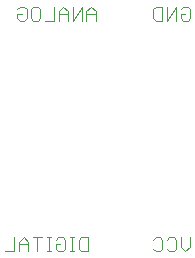
<source format=gbo>
G75*
%MOIN*%
%OFA0B0*%
%FSLAX24Y24*%
%IPPOS*%
%LPD*%
%AMOC8*
5,1,8,0,0,1.08239X$1,22.5*
%
%ADD10C,0.0040*%
D10*
X003417Y001144D02*
X003724Y001144D01*
X003724Y001605D01*
X003877Y001451D02*
X003877Y001144D01*
X003877Y001375D02*
X004184Y001375D01*
X004184Y001451D02*
X004031Y001605D01*
X003877Y001451D01*
X004184Y001451D02*
X004184Y001144D01*
X004491Y001144D02*
X004491Y001605D01*
X004338Y001605D02*
X004645Y001605D01*
X004798Y001605D02*
X004951Y001605D01*
X004875Y001605D02*
X004875Y001144D01*
X004951Y001144D02*
X004798Y001144D01*
X005105Y001221D02*
X005182Y001144D01*
X005335Y001144D01*
X005412Y001221D01*
X005412Y001528D01*
X005335Y001605D01*
X005182Y001605D01*
X005105Y001528D01*
X005105Y001375D02*
X005258Y001375D01*
X005105Y001375D02*
X005105Y001221D01*
X005565Y001144D02*
X005719Y001144D01*
X005642Y001144D02*
X005642Y001605D01*
X005719Y001605D02*
X005565Y001605D01*
X005872Y001528D02*
X005872Y001221D01*
X005949Y001144D01*
X006179Y001144D01*
X006179Y001605D01*
X005949Y001605D01*
X005872Y001528D01*
X008351Y001528D02*
X008428Y001605D01*
X008581Y001605D01*
X008658Y001528D01*
X008658Y001221D01*
X008581Y001144D01*
X008428Y001144D01*
X008351Y001221D01*
X008811Y001221D02*
X008888Y001144D01*
X009042Y001144D01*
X009118Y001221D01*
X009118Y001528D01*
X009042Y001605D01*
X008888Y001605D01*
X008811Y001528D01*
X009272Y001605D02*
X009272Y001298D01*
X009425Y001144D01*
X009579Y001298D01*
X009579Y001605D01*
X009502Y008831D02*
X009349Y008831D01*
X009272Y008908D01*
X009272Y009062D01*
X009425Y009062D01*
X009272Y009215D02*
X009349Y009292D01*
X009502Y009292D01*
X009579Y009215D01*
X009579Y008908D01*
X009502Y008831D01*
X009118Y008831D02*
X009118Y009292D01*
X008811Y008831D01*
X008811Y009292D01*
X008658Y009292D02*
X008428Y009292D01*
X008351Y009215D01*
X008351Y008908D01*
X008428Y008831D01*
X008658Y008831D01*
X008658Y009292D01*
X006429Y009138D02*
X006429Y008831D01*
X006429Y009062D02*
X006122Y009062D01*
X006122Y009138D02*
X006122Y008831D01*
X005969Y008831D02*
X005969Y009292D01*
X005662Y008831D01*
X005662Y009292D01*
X005508Y009138D02*
X005355Y009292D01*
X005201Y009138D01*
X005201Y008831D01*
X005048Y008831D02*
X004741Y008831D01*
X004588Y008908D02*
X004511Y008831D01*
X004357Y008831D01*
X004281Y008908D01*
X004281Y009215D01*
X004357Y009292D01*
X004511Y009292D01*
X004588Y009215D01*
X004588Y008908D01*
X004127Y008908D02*
X004051Y008831D01*
X003897Y008831D01*
X003820Y008908D01*
X003820Y009062D01*
X003974Y009062D01*
X004127Y009215D02*
X004051Y009292D01*
X003897Y009292D01*
X003820Y009215D01*
X004127Y009215D02*
X004127Y008908D01*
X005048Y008831D02*
X005048Y009292D01*
X005201Y009062D02*
X005508Y009062D01*
X005508Y009138D02*
X005508Y008831D01*
X006122Y009138D02*
X006276Y009292D01*
X006429Y009138D01*
M02*

</source>
